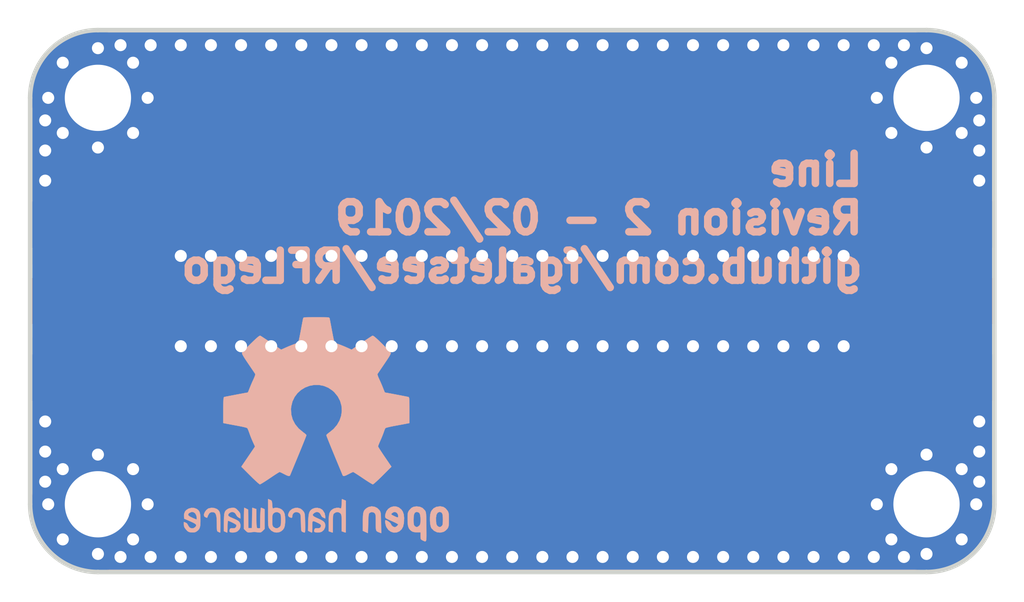
<source format=kicad_pcb>
(kicad_pcb (version 20171130) (host pcbnew "(5.0.1-3-g963ef8bb5)")

  (general
    (thickness 1.6)
    (drawings 25)
    (tracks 113)
    (zones 0)
    (modules 7)
    (nets 3)
  )

  (page A4)
  (layers
    (0 F.Cu signal)
    (31 B.Cu signal hide)
    (32 B.Adhes user)
    (33 F.Adhes user)
    (34 B.Paste user)
    (35 F.Paste user)
    (36 B.SilkS user)
    (37 F.SilkS user)
    (38 B.Mask user)
    (39 F.Mask user)
    (40 Dwgs.User user)
    (41 Cmts.User user)
    (42 Eco1.User user)
    (43 Eco2.User user)
    (44 Edge.Cuts user)
    (45 Margin user)
    (46 B.CrtYd user)
    (47 F.CrtYd user)
    (48 B.Fab user)
    (49 F.Fab user hide)
  )

  (setup
    (last_trace_width 0.22)
    (trace_clearance 0.2)
    (zone_clearance 0)
    (zone_45_only no)
    (trace_min 0.2)
    (segment_width 0.15)
    (edge_width 0.15)
    (via_size 0.7)
    (via_drill 0.4)
    (via_min_size 0.6)
    (via_min_drill 0.3)
    (uvia_size 0.3)
    (uvia_drill 0.1)
    (uvias_allowed no)
    (uvia_min_size 0.2)
    (uvia_min_drill 0.1)
    (pcb_text_width 0.3)
    (pcb_text_size 1.5 1.5)
    (mod_edge_width 0.15)
    (mod_text_size 1 1)
    (mod_text_width 0.15)
    (pad_size 4.064 1.524)
    (pad_drill 0)
    (pad_to_mask_clearance 0.051)
    (solder_mask_min_width 0.25)
    (aux_axis_origin 100 100)
    (grid_origin 100 100)
    (visible_elements FFFFFF7F)
    (pcbplotparams
      (layerselection 0x010fc_ffffffff)
      (usegerberextensions false)
      (usegerberattributes false)
      (usegerberadvancedattributes false)
      (creategerberjobfile false)
      (excludeedgelayer true)
      (linewidth 0.100000)
      (plotframeref false)
      (viasonmask false)
      (mode 1)
      (useauxorigin true)
      (hpglpennumber 1)
      (hpglpenspeed 20)
      (hpglpendiameter 15.000000)
      (psnegative false)
      (psa4output false)
      (plotreference true)
      (plotvalue true)
      (plotinvisibletext false)
      (padsonsilk false)
      (subtractmaskfromsilk false)
      (outputformat 1)
      (mirror false)
      (drillshape 0)
      (scaleselection 1)
      (outputdirectory ""))
  )

  (net 0 "")
  (net 1 GND)
  (net 2 "Net-(J1-Pad1)")

  (net_class Default "This is the default net class."
    (clearance 0.2)
    (trace_width 0.22)
    (via_dia 0.7)
    (via_drill 0.4)
    (uvia_dia 0.3)
    (uvia_drill 0.1)
    (diff_pair_gap 0.2)
    (diff_pair_width 0.2)
    (add_net GND)
  )

  (net_class "50 Ohm thin" ""
    (clearance 0.19)
    (trace_width 1)
    (via_dia 0.7)
    (via_drill 0.4)
    (uvia_dia 0.3)
    (uvia_drill 0.1)
    (diff_pair_gap 0.2)
    (diff_pair_width 0.2)
  )

  (net_class 50Ohm ""
    (clearance 0.32)
    (trace_width 1.5)
    (via_dia 0.7)
    (via_drill 0.4)
    (uvia_dia 0.3)
    (uvia_drill 0.1)
    (diff_pair_gap 0.2)
    (diff_pair_width 0.2)
    (add_net "Net-(J1-Pad1)")
  )

  (module MountingHole:MountingHole_2.2mm_M2_Pad_Via (layer F.Cu) (tedit 5C589B5C) (tstamp 5C654A6F)
    (at 102.25 102.25)
    (descr "Mounting Hole 2.2mm, M2")
    (tags "mounting hole 2.2mm m2")
    (path /5C581276)
    (attr virtual)
    (fp_text reference H1 (at 0 -3.2) (layer F.SilkS) hide
      (effects (font (size 1 1) (thickness 0.15)))
    )
    (fp_text value MountingHole_Pad (at 0 3.2) (layer F.Fab)
      (effects (font (size 1 1) (thickness 0.15)))
    )
    (fp_text user %R (at 0.3 0) (layer F.Fab)
      (effects (font (size 1 1) (thickness 0.15)))
    )
    (fp_circle (center 0 0) (end 2.2 0) (layer Cmts.User) (width 0.15))
    (fp_circle (center 0 0) (end 2.45 0) (layer F.CrtYd) (width 0.05))
    (pad 1 thru_hole circle (at 0 0) (size 4.4 4.4) (drill 2.2) (layers *.Cu *.Mask)
      (net 1 GND))
    (pad 1 thru_hole circle (at 1.65 0) (size 0.7 0.7) (drill 0.4) (layers *.Cu *.Mask)
      (net 1 GND))
    (pad 1 thru_hole circle (at 1.166726 1.166726) (size 0.7 0.7) (drill 0.4) (layers *.Cu *.Mask)
      (net 1 GND))
    (pad 1 thru_hole circle (at 0 1.65) (size 0.7 0.7) (drill 0.4) (layers *.Cu *.Mask)
      (net 1 GND))
    (pad 1 thru_hole circle (at -1.166726 1.166726) (size 0.7 0.7) (drill 0.4) (layers *.Cu *.Mask)
      (net 1 GND))
    (pad 1 thru_hole circle (at -1.65 0) (size 0.7 0.7) (drill 0.4) (layers *.Cu *.Mask)
      (net 1 GND))
    (pad 1 thru_hole circle (at -1.166726 -1.166726) (size 0.7 0.7) (drill 0.4) (layers *.Cu *.Mask)
      (net 1 GND))
    (pad 1 thru_hole circle (at 0 -1.65) (size 0.7 0.7) (drill 0.4) (layers *.Cu *.Mask)
      (net 1 GND))
    (pad 1 thru_hole circle (at 1.166726 -1.166726) (size 0.7 0.7) (drill 0.4) (layers *.Cu *.Mask)
      (net 1 GND))
  )

  (module MountingHole:MountingHole_2.2mm_M2_Pad_Via (layer F.Cu) (tedit 5C589B60) (tstamp 5C654BAF)
    (at 102.25 115.75)
    (descr "Mounting Hole 2.2mm, M2")
    (tags "mounting hole 2.2mm m2")
    (path /5C58129C)
    (attr virtual)
    (fp_text reference H2 (at 0 -3.2) (layer F.SilkS) hide
      (effects (font (size 1 1) (thickness 0.15)))
    )
    (fp_text value MountingHole_Pad (at 0 3.2) (layer F.Fab)
      (effects (font (size 1 1) (thickness 0.15)))
    )
    (fp_circle (center 0 0) (end 2.45 0) (layer F.CrtYd) (width 0.05))
    (fp_circle (center 0 0) (end 2.2 0) (layer Cmts.User) (width 0.15))
    (fp_text user %R (at 0.3 0) (layer F.Fab)
      (effects (font (size 1 1) (thickness 0.15)))
    )
    (pad 1 thru_hole circle (at 1.166726 -1.166726) (size 0.7 0.7) (drill 0.4) (layers *.Cu *.Mask)
      (net 1 GND))
    (pad 1 thru_hole circle (at 0 -1.65) (size 0.7 0.7) (drill 0.4) (layers *.Cu *.Mask)
      (net 1 GND))
    (pad 1 thru_hole circle (at -1.166726 -1.166726) (size 0.7 0.7) (drill 0.4) (layers *.Cu *.Mask)
      (net 1 GND))
    (pad 1 thru_hole circle (at -1.65 0) (size 0.7 0.7) (drill 0.4) (layers *.Cu *.Mask)
      (net 1 GND))
    (pad 1 thru_hole circle (at -1.166726 1.166726) (size 0.7 0.7) (drill 0.4) (layers *.Cu *.Mask)
      (net 1 GND))
    (pad 1 thru_hole circle (at 0 1.65) (size 0.7 0.7) (drill 0.4) (layers *.Cu *.Mask)
      (net 1 GND))
    (pad 1 thru_hole circle (at 1.166726 1.166726) (size 0.7 0.7) (drill 0.4) (layers *.Cu *.Mask)
      (net 1 GND))
    (pad 1 thru_hole circle (at 1.65 0) (size 0.7 0.7) (drill 0.4) (layers *.Cu *.Mask)
      (net 1 GND))
    (pad 1 thru_hole circle (at 0 0) (size 4.4 4.4) (drill 2.2) (layers *.Cu *.Mask)
      (net 1 GND))
  )

  (module MountingHole:MountingHole_2.2mm_M2_Pad_Via (layer F.Cu) (tedit 5C589B6A) (tstamp 5C654A8F)
    (at 129.75 102.25)
    (descr "Mounting Hole 2.2mm, M2")
    (tags "mounting hole 2.2mm m2")
    (path /5C589BDE)
    (attr virtual)
    (fp_text reference H3 (at 0 -3.2) (layer F.SilkS) hide
      (effects (font (size 1 1) (thickness 0.15)))
    )
    (fp_text value MountingHole_Pad (at 0 3.2) (layer F.Fab)
      (effects (font (size 1 1) (thickness 0.15)))
    )
    (fp_text user %R (at 0.3 0) (layer F.Fab)
      (effects (font (size 1 1) (thickness 0.15)))
    )
    (fp_circle (center 0 0) (end 2.2 0) (layer Cmts.User) (width 0.15))
    (fp_circle (center 0 0) (end 2.45 0) (layer F.CrtYd) (width 0.05))
    (pad 1 thru_hole circle (at 0 0) (size 4.4 4.4) (drill 2.2) (layers *.Cu *.Mask)
      (net 1 GND))
    (pad 1 thru_hole circle (at 1.65 0) (size 0.7 0.7) (drill 0.4) (layers *.Cu *.Mask)
      (net 1 GND))
    (pad 1 thru_hole circle (at 1.166726 1.166726) (size 0.7 0.7) (drill 0.4) (layers *.Cu *.Mask)
      (net 1 GND))
    (pad 1 thru_hole circle (at 0 1.65) (size 0.7 0.7) (drill 0.4) (layers *.Cu *.Mask)
      (net 1 GND))
    (pad 1 thru_hole circle (at -1.166726 1.166726) (size 0.7 0.7) (drill 0.4) (layers *.Cu *.Mask)
      (net 1 GND))
    (pad 1 thru_hole circle (at -1.65 0) (size 0.7 0.7) (drill 0.4) (layers *.Cu *.Mask)
      (net 1 GND))
    (pad 1 thru_hole circle (at -1.166726 -1.166726) (size 0.7 0.7) (drill 0.4) (layers *.Cu *.Mask)
      (net 1 GND))
    (pad 1 thru_hole circle (at 0 -1.65) (size 0.7 0.7) (drill 0.4) (layers *.Cu *.Mask)
      (net 1 GND))
    (pad 1 thru_hole circle (at 1.166726 -1.166726) (size 0.7 0.7) (drill 0.4) (layers *.Cu *.Mask)
      (net 1 GND))
  )

  (module MountingHole:MountingHole_2.2mm_M2_Pad_Via (layer F.Cu) (tedit 5C589B67) (tstamp 5C654A9F)
    (at 129.75 115.75)
    (descr "Mounting Hole 2.2mm, M2")
    (tags "mounting hole 2.2mm m2")
    (path /5C589CB1)
    (attr virtual)
    (fp_text reference H4 (at 0 -3.2) (layer F.SilkS) hide
      (effects (font (size 1 1) (thickness 0.15)))
    )
    (fp_text value MountingHole_Pad (at 0 3.2) (layer F.Fab)
      (effects (font (size 1 1) (thickness 0.15)))
    )
    (fp_circle (center 0 0) (end 2.45 0) (layer F.CrtYd) (width 0.05))
    (fp_circle (center 0 0) (end 2.2 0) (layer Cmts.User) (width 0.15))
    (fp_text user %R (at 0.3 0) (layer F.Fab)
      (effects (font (size 1 1) (thickness 0.15)))
    )
    (pad 1 thru_hole circle (at 1.166726 -1.166726) (size 0.7 0.7) (drill 0.4) (layers *.Cu *.Mask)
      (net 1 GND))
    (pad 1 thru_hole circle (at 0 -1.65) (size 0.7 0.7) (drill 0.4) (layers *.Cu *.Mask)
      (net 1 GND))
    (pad 1 thru_hole circle (at -1.166726 -1.166726) (size 0.7 0.7) (drill 0.4) (layers *.Cu *.Mask)
      (net 1 GND))
    (pad 1 thru_hole circle (at -1.65 0) (size 0.7 0.7) (drill 0.4) (layers *.Cu *.Mask)
      (net 1 GND))
    (pad 1 thru_hole circle (at -1.166726 1.166726) (size 0.7 0.7) (drill 0.4) (layers *.Cu *.Mask)
      (net 1 GND))
    (pad 1 thru_hole circle (at 0 1.65) (size 0.7 0.7) (drill 0.4) (layers *.Cu *.Mask)
      (net 1 GND))
    (pad 1 thru_hole circle (at 1.166726 1.166726) (size 0.7 0.7) (drill 0.4) (layers *.Cu *.Mask)
      (net 1 GND))
    (pad 1 thru_hole circle (at 1.65 0) (size 0.7 0.7) (drill 0.4) (layers *.Cu *.Mask)
      (net 1 GND))
    (pad 1 thru_hole circle (at 0 0) (size 4.4 4.4) (drill 2.2) (layers *.Cu *.Mask)
      (net 1 GND))
  )

  (module RFLego_Footprint:SMA_Edge (layer F.Cu) (tedit 5C589B63) (tstamp 5C654AA8)
    (at 100 109)
    (path /5C58165C)
    (fp_text reference J1 (at 2.1336 4.6482) (layer F.SilkS) hide
      (effects (font (size 1 1) (thickness 0.15)))
    )
    (fp_text value SMA (at 1.27 6.35) (layer F.Fab) hide
      (effects (font (size 1 1) (thickness 0.15)))
    )
    (pad 1 smd rect (at 2.032 0) (size 4.064 1.524) (layers F.Cu F.Mask)
      (net 2 "Net-(J1-Pad1)"))
    (pad 2 smd rect (at 2.032 -2.54) (size 4.064 1.524) (layers F.Cu F.Mask)
      (net 1 GND))
    (pad 2 smd rect (at 2.032 2.54) (size 4.064 1.524) (layers B.Cu B.Mask)
      (net 1 GND))
    (pad 2 smd rect (at 2.032 -2.54) (size 4.064 1.524) (layers B.Cu B.Mask)
      (net 1 GND))
    (pad 2 smd rect (at 2.032 2.54) (size 4.064 1.524) (layers F.Cu F.Mask)
      (net 1 GND))
  )

  (module RFLego_Footprint:SMA_Edge (layer F.Cu) (tedit 5C58AA95) (tstamp 5C654AB1)
    (at 127.968 109)
    (path /5C581B40)
    (fp_text reference J2 (at 2.1336 4.6482) (layer F.SilkS) hide
      (effects (font (size 1 1) (thickness 0.15)))
    )
    (fp_text value SMA (at 1.27 6.35) (layer F.Fab) hide
      (effects (font (size 1 1) (thickness 0.15)))
    )
    (pad 2 smd rect (at 2.032 2.54) (size 4.064 1.524) (layers F.Cu F.Mask)
      (net 1 GND))
    (pad 2 smd rect (at 2.032 -2.54) (size 4.064 1.524) (layers B.Cu B.Mask)
      (net 1 GND))
    (pad 2 smd rect (at 2.032 2.54) (size 4.064 1.524) (layers B.Cu B.Mask)
      (net 1 GND))
    (pad 2 smd rect (at 2.032 -2.54) (size 4.064 1.524) (layers F.Cu F.Mask)
      (net 1 GND))
    (pad 1 smd rect (at 2.032 0) (size 4.064 1.524) (layers F.Cu F.Mask)
      (net 2 "Net-(J1-Pad1)"))
  )

  (module Symbol:OSHW-Logo2_9.8x8mm_SilkScreen (layer B.Cu) (tedit 0) (tstamp 5C6BF853)
    (at 109.5 113.25 180)
    (descr "Open Source Hardware Symbol")
    (tags "Logo Symbol OSHW")
    (attr virtual)
    (fp_text reference REF** (at 0 0 180) (layer B.SilkS) hide
      (effects (font (size 1 1) (thickness 0.15)) (justify mirror))
    )
    (fp_text value OSHW-Logo2_9.8x8mm_SilkScreen (at 0.75 0 180) (layer B.Fab) hide
      (effects (font (size 1 1) (thickness 0.15)) (justify mirror))
    )
    (fp_poly (pts (xy 0.139878 3.712224) (xy 0.245612 3.711645) (xy 0.322132 3.710078) (xy 0.374372 3.707028)
      (xy 0.407263 3.702004) (xy 0.425737 3.694511) (xy 0.434727 3.684056) (xy 0.439163 3.670147)
      (xy 0.439594 3.668346) (xy 0.446333 3.635855) (xy 0.458808 3.571748) (xy 0.475719 3.482849)
      (xy 0.495771 3.375981) (xy 0.517664 3.257967) (xy 0.518429 3.253822) (xy 0.540359 3.138169)
      (xy 0.560877 3.035986) (xy 0.578659 2.953402) (xy 0.592381 2.896544) (xy 0.600718 2.871542)
      (xy 0.601116 2.871099) (xy 0.625677 2.85889) (xy 0.676315 2.838544) (xy 0.742095 2.814455)
      (xy 0.742461 2.814326) (xy 0.825317 2.783182) (xy 0.923 2.743509) (xy 1.015077 2.703619)
      (xy 1.019434 2.701647) (xy 1.169407 2.63358) (xy 1.501498 2.860361) (xy 1.603374 2.929496)
      (xy 1.695657 2.991303) (xy 1.773003 3.042267) (xy 1.830064 3.078873) (xy 1.861495 3.097606)
      (xy 1.864479 3.098996) (xy 1.887321 3.09281) (xy 1.929982 3.062965) (xy 1.994128 3.008053)
      (xy 2.081421 2.926666) (xy 2.170535 2.840078) (xy 2.256441 2.754753) (xy 2.333327 2.676892)
      (xy 2.396564 2.611303) (xy 2.441523 2.562795) (xy 2.463576 2.536175) (xy 2.464396 2.534805)
      (xy 2.466834 2.516537) (xy 2.45765 2.486705) (xy 2.434574 2.441279) (xy 2.395337 2.37623)
      (xy 2.33767 2.28753) (xy 2.260795 2.173343) (xy 2.19257 2.072838) (xy 2.131582 1.982697)
      (xy 2.081356 1.908151) (xy 2.045416 1.854435) (xy 2.027287 1.826782) (xy 2.026146 1.824905)
      (xy 2.028359 1.79841) (xy 2.045138 1.746914) (xy 2.073142 1.680149) (xy 2.083122 1.658828)
      (xy 2.126672 1.563841) (xy 2.173134 1.456063) (xy 2.210877 1.362808) (xy 2.238073 1.293594)
      (xy 2.259675 1.240994) (xy 2.272158 1.213503) (xy 2.273709 1.211384) (xy 2.296668 1.207876)
      (xy 2.350786 1.198262) (xy 2.428868 1.183911) (xy 2.523719 1.166193) (xy 2.628143 1.146475)
      (xy 2.734944 1.126126) (xy 2.836926 1.106514) (xy 2.926894 1.089009) (xy 2.997653 1.074978)
      (xy 3.042006 1.065791) (xy 3.052885 1.063193) (xy 3.064122 1.056782) (xy 3.072605 1.042303)
      (xy 3.078714 1.014867) (xy 3.082832 0.969589) (xy 3.085341 0.90158) (xy 3.086621 0.805953)
      (xy 3.087054 0.67782) (xy 3.087077 0.625299) (xy 3.087077 0.198155) (xy 2.9845 0.177909)
      (xy 2.927431 0.16693) (xy 2.842269 0.150905) (xy 2.739372 0.131767) (xy 2.629096 0.111449)
      (xy 2.598615 0.105868) (xy 2.496855 0.086083) (xy 2.408205 0.066627) (xy 2.340108 0.049303)
      (xy 2.300004 0.035912) (xy 2.293323 0.031921) (xy 2.276919 0.003658) (xy 2.253399 -0.051109)
      (xy 2.227316 -0.121588) (xy 2.222142 -0.136769) (xy 2.187956 -0.230896) (xy 2.145523 -0.337101)
      (xy 2.103997 -0.432473) (xy 2.103792 -0.432916) (xy 2.03464 -0.582525) (xy 2.489512 -1.251617)
      (xy 2.1975 -1.544116) (xy 2.10918 -1.63117) (xy 2.028625 -1.707909) (xy 1.96036 -1.770237)
      (xy 1.908908 -1.814056) (xy 1.878794 -1.83527) (xy 1.874474 -1.836616) (xy 1.849111 -1.826016)
      (xy 1.797358 -1.796547) (xy 1.724868 -1.751705) (xy 1.637294 -1.694984) (xy 1.542612 -1.631462)
      (xy 1.446516 -1.566668) (xy 1.360837 -1.510287) (xy 1.291016 -1.465788) (xy 1.242494 -1.436639)
      (xy 1.220782 -1.426308) (xy 1.194293 -1.43505) (xy 1.144062 -1.458087) (xy 1.080451 -1.490631)
      (xy 1.073708 -1.494249) (xy 0.988046 -1.53721) (xy 0.929306 -1.558279) (xy 0.892772 -1.558503)
      (xy 0.873731 -1.538928) (xy 0.87362 -1.538654) (xy 0.864102 -1.515472) (xy 0.841403 -1.460441)
      (xy 0.807282 -1.377822) (xy 0.7635 -1.271872) (xy 0.711816 -1.146852) (xy 0.653992 -1.00702)
      (xy 0.597991 -0.871637) (xy 0.536447 -0.722234) (xy 0.479939 -0.583832) (xy 0.430161 -0.460673)
      (xy 0.388806 -0.357002) (xy 0.357568 -0.277059) (xy 0.338141 -0.225088) (xy 0.332154 -0.205692)
      (xy 0.347168 -0.183443) (xy 0.386439 -0.147982) (xy 0.438807 -0.108887) (xy 0.587941 0.014755)
      (xy 0.704511 0.156478) (xy 0.787118 0.313296) (xy 0.834366 0.482225) (xy 0.844857 0.660278)
      (xy 0.837231 0.742461) (xy 0.795682 0.912969) (xy 0.724123 1.063541) (xy 0.626995 1.192691)
      (xy 0.508734 1.298936) (xy 0.37378 1.38079) (xy 0.226571 1.436768) (xy 0.071544 1.465385)
      (xy -0.086861 1.465156) (xy -0.244206 1.434595) (xy -0.396054 1.372218) (xy -0.537965 1.27654)
      (xy -0.597197 1.222428) (xy -0.710797 1.08348) (xy -0.789894 0.931639) (xy -0.835014 0.771333)
      (xy -0.846684 0.606988) (xy -0.825431 0.443029) (xy -0.77178 0.283882) (xy -0.68626 0.133975)
      (xy -0.569395 -0.002267) (xy -0.438807 -0.108887) (xy -0.384412 -0.149642) (xy -0.345986 -0.184718)
      (xy -0.332154 -0.205726) (xy -0.339397 -0.228635) (xy -0.359995 -0.283365) (xy -0.392254 -0.365672)
      (xy -0.434479 -0.471315) (xy -0.484977 -0.59605) (xy -0.542052 -0.735636) (xy -0.598146 -0.87167)
      (xy -0.660033 -1.021201) (xy -0.717356 -1.159767) (xy -0.768356 -1.283107) (xy -0.811273 -1.386964)
      (xy -0.844347 -1.46708) (xy -0.865819 -1.519195) (xy -0.873775 -1.538654) (xy -0.892571 -1.558423)
      (xy -0.928926 -1.558365) (xy -0.987521 -1.537441) (xy -1.073032 -1.494613) (xy -1.073708 -1.494249)
      (xy -1.138093 -1.461012) (xy -1.190139 -1.436802) (xy -1.219488 -1.426404) (xy -1.220783 -1.426308)
      (xy -1.242876 -1.436855) (xy -1.291652 -1.466184) (xy -1.361669 -1.510827) (xy -1.447486 -1.567314)
      (xy -1.542612 -1.631462) (xy -1.63946 -1.696411) (xy -1.726747 -1.752896) (xy -1.798819 -1.797421)
      (xy -1.850023 -1.82649) (xy -1.874474 -1.836616) (xy -1.89699 -1.823307) (xy -1.942258 -1.786112)
      (xy -2.005756 -1.729128) (xy -2.082961 -1.656449) (xy -2.169349 -1.572171) (xy -2.197601 -1.544016)
      (xy -2.489713 -1.251416) (xy -2.267369 -0.925104) (xy -2.199798 -0.824897) (xy -2.140493 -0.734963)
      (xy -2.092783 -0.66051) (xy -2.059993 -0.606751) (xy -2.045452 -0.578894) (xy -2.045026 -0.576912)
      (xy -2.052692 -0.550655) (xy -2.073311 -0.497837) (xy -2.103315 -0.42731) (xy -2.124375 -0.380093)
      (xy -2.163752 -0.289694) (xy -2.200835 -0.198366) (xy -2.229585 -0.1212) (xy -2.237395 -0.097692)
      (xy -2.259583 -0.034916) (xy -2.281273 0.013589) (xy -2.293187 0.031921) (xy -2.319477 0.043141)
      (xy -2.376858 0.059046) (xy -2.457882 0.077833) (xy -2.555105 0.097701) (xy -2.598615 0.105868)
      (xy -2.709104 0.126171) (xy -2.815084 0.14583) (xy -2.906199 0.162912) (xy -2.972092 0.175482)
      (xy -2.9845 0.177909) (xy -3.087077 0.198155) (xy -3.087077 0.625299) (xy -3.086847 0.765754)
      (xy -3.085901 0.872021) (xy -3.083859 0.948987) (xy -3.080338 1.00154) (xy -3.074957 1.034567)
      (xy -3.067334 1.052955) (xy -3.057088 1.061592) (xy -3.052885 1.063193) (xy -3.02753 1.068873)
      (xy -2.971516 1.080205) (xy -2.892036 1.095821) (xy -2.796288 1.114353) (xy -2.691467 1.134431)
      (xy -2.584768 1.154688) (xy -2.483387 1.173754) (xy -2.394521 1.190261) (xy -2.325363 1.202841)
      (xy -2.283111 1.210125) (xy -2.27371 1.211384) (xy -2.265193 1.228237) (xy -2.24634 1.27313)
      (xy -2.220676 1.33757) (xy -2.210877 1.362808) (xy -2.171352 1.460314) (xy -2.124808 1.568041)
      (xy -2.083123 1.658828) (xy -2.05245 1.728247) (xy -2.032044 1.78529) (xy -2.025232 1.820223)
      (xy -2.026318 1.824905) (xy -2.040715 1.847009) (xy -2.073588 1.896169) (xy -2.12141 1.967152)
      (xy -2.180652 2.054722) (xy -2.247785 2.153643) (xy -2.261059 2.17317) (xy -2.338954 2.28886)
      (xy -2.396213 2.376956) (xy -2.435119 2.441514) (xy -2.457956 2.486589) (xy -2.467006 2.516237)
      (xy -2.464552 2.534515) (xy -2.464489 2.534631) (xy -2.445173 2.558639) (xy -2.402449 2.605053)
      (xy -2.340949 2.669063) (xy -2.265302 2.745855) (xy -2.180139 2.830618) (xy -2.170535 2.840078)
      (xy -2.06321 2.944011) (xy -1.980385 3.020325) (xy -1.920395 3.070429) (xy -1.881577 3.09573)
      (xy -1.86448 3.098996) (xy -1.839527 3.08475) (xy -1.787745 3.051844) (xy -1.71448 3.003792)
      (xy -1.62508 2.94411) (xy -1.524889 2.876312) (xy -1.501499 2.860361) (xy -1.169407 2.63358)
      (xy -1.019435 2.701647) (xy -0.92823 2.741315) (xy -0.830331 2.781209) (xy -0.746169 2.813017)
      (xy -0.742462 2.814326) (xy -0.676631 2.838424) (xy -0.625884 2.8588) (xy -0.601158 2.871064)
      (xy -0.601116 2.871099) (xy -0.593271 2.893266) (xy -0.579934 2.947783) (xy -0.56243 3.02852)
      (xy -0.542083 3.12935) (xy -0.520218 3.244144) (xy -0.518429 3.253822) (xy -0.496496 3.372096)
      (xy -0.47636 3.479458) (xy -0.45932 3.569083) (xy -0.446672 3.634149) (xy -0.439716 3.667832)
      (xy -0.439594 3.668346) (xy -0.435361 3.682675) (xy -0.427129 3.693493) (xy -0.409967 3.701294)
      (xy -0.378942 3.706571) (xy -0.329122 3.709818) (xy -0.255576 3.711528) (xy -0.153371 3.712193)
      (xy -0.017575 3.712307) (xy 0 3.712308) (xy 0.139878 3.712224)) (layer B.SilkS) (width 0.01))
    (fp_poly (pts (xy 4.245224 -2.647838) (xy 4.322528 -2.698361) (xy 4.359814 -2.74359) (xy 4.389353 -2.825663)
      (xy 4.391699 -2.890607) (xy 4.386385 -2.977445) (xy 4.186115 -3.065103) (xy 4.088739 -3.109887)
      (xy 4.025113 -3.145913) (xy 3.992029 -3.177117) (xy 3.98628 -3.207436) (xy 4.004658 -3.240805)
      (xy 4.024923 -3.262923) (xy 4.083889 -3.298393) (xy 4.148024 -3.300879) (xy 4.206926 -3.273235)
      (xy 4.250197 -3.21832) (xy 4.257936 -3.198928) (xy 4.295006 -3.138364) (xy 4.337654 -3.112552)
      (xy 4.396154 -3.090471) (xy 4.396154 -3.174184) (xy 4.390982 -3.23115) (xy 4.370723 -3.279189)
      (xy 4.328262 -3.334346) (xy 4.321951 -3.341514) (xy 4.27472 -3.390585) (xy 4.234121 -3.41692)
      (xy 4.183328 -3.429035) (xy 4.14122 -3.433003) (xy 4.065902 -3.433991) (xy 4.012286 -3.421466)
      (xy 3.978838 -3.402869) (xy 3.926268 -3.361975) (xy 3.889879 -3.317748) (xy 3.86685 -3.262126)
      (xy 3.854359 -3.187047) (xy 3.849587 -3.084449) (xy 3.849206 -3.032376) (xy 3.850501 -2.969948)
      (xy 3.968471 -2.969948) (xy 3.969839 -3.003438) (xy 3.973249 -3.008923) (xy 3.995753 -3.001472)
      (xy 4.044182 -2.981753) (xy 4.108908 -2.953718) (xy 4.122443 -2.947692) (xy 4.204244 -2.906096)
      (xy 4.249312 -2.869538) (xy 4.259217 -2.835296) (xy 4.235526 -2.800648) (xy 4.21596 -2.785339)
      (xy 4.14536 -2.754721) (xy 4.07928 -2.75978) (xy 4.023959 -2.797151) (xy 3.985636 -2.863473)
      (xy 3.973349 -2.916116) (xy 3.968471 -2.969948) (xy 3.850501 -2.969948) (xy 3.85173 -2.91072)
      (xy 3.861032 -2.82071) (xy 3.87946 -2.755167) (xy 3.90936 -2.706912) (xy 3.95308 -2.668767)
      (xy 3.972141 -2.65644) (xy 4.058726 -2.624336) (xy 4.153522 -2.622316) (xy 4.245224 -2.647838)) (layer B.SilkS) (width 0.01))
    (fp_poly (pts (xy 3.570807 -2.636782) (xy 3.594161 -2.646988) (xy 3.649902 -2.691134) (xy 3.697569 -2.754967)
      (xy 3.727048 -2.823087) (xy 3.731846 -2.85667) (xy 3.71576 -2.903556) (xy 3.680475 -2.928365)
      (xy 3.642644 -2.943387) (xy 3.625321 -2.946155) (xy 3.616886 -2.926066) (xy 3.60023 -2.882351)
      (xy 3.592923 -2.862598) (xy 3.551948 -2.794271) (xy 3.492622 -2.760191) (xy 3.416552 -2.761239)
      (xy 3.410918 -2.762581) (xy 3.370305 -2.781836) (xy 3.340448 -2.819375) (xy 3.320055 -2.879809)
      (xy 3.307836 -2.967751) (xy 3.3025 -3.087813) (xy 3.302 -3.151698) (xy 3.301752 -3.252403)
      (xy 3.300126 -3.321054) (xy 3.295801 -3.364673) (xy 3.287454 -3.390282) (xy 3.273765 -3.404903)
      (xy 3.253411 -3.415558) (xy 3.252234 -3.416095) (xy 3.213038 -3.432667) (xy 3.193619 -3.438769)
      (xy 3.190635 -3.420319) (xy 3.188081 -3.369323) (xy 3.18614 -3.292308) (xy 3.184997 -3.195805)
      (xy 3.184769 -3.125184) (xy 3.185932 -2.988525) (xy 3.190479 -2.884851) (xy 3.199999 -2.808108)
      (xy 3.216081 -2.752246) (xy 3.240313 -2.711212) (xy 3.274286 -2.678954) (xy 3.307833 -2.65644)
      (xy 3.388499 -2.626476) (xy 3.482381 -2.619718) (xy 3.570807 -2.636782)) (layer B.SilkS) (width 0.01))
    (fp_poly (pts (xy 2.887333 -2.633528) (xy 2.94359 -2.659117) (xy 2.987747 -2.690124) (xy 3.020101 -2.724795)
      (xy 3.042438 -2.76952) (xy 3.056546 -2.830692) (xy 3.064211 -2.914701) (xy 3.06722 -3.02794)
      (xy 3.067538 -3.102509) (xy 3.067538 -3.39342) (xy 3.017773 -3.416095) (xy 2.978576 -3.432667)
      (xy 2.959157 -3.438769) (xy 2.955442 -3.42061) (xy 2.952495 -3.371648) (xy 2.950691 -3.300153)
      (xy 2.950308 -3.243385) (xy 2.948661 -3.161371) (xy 2.944222 -3.096309) (xy 2.93774 -3.056467)
      (xy 2.93259 -3.048) (xy 2.897977 -3.056646) (xy 2.84364 -3.078823) (xy 2.780722 -3.108886)
      (xy 2.720368 -3.141192) (xy 2.673721 -3.170098) (xy 2.651926 -3.189961) (xy 2.651839 -3.190175)
      (xy 2.653714 -3.226935) (xy 2.670525 -3.262026) (xy 2.700039 -3.290528) (xy 2.743116 -3.300061)
      (xy 2.779932 -3.29895) (xy 2.832074 -3.298133) (xy 2.859444 -3.310349) (xy 2.875882 -3.342624)
      (xy 2.877955 -3.34871) (xy 2.885081 -3.394739) (xy 2.866024 -3.422687) (xy 2.816353 -3.436007)
      (xy 2.762697 -3.43847) (xy 2.666142 -3.42021) (xy 2.616159 -3.394131) (xy 2.554429 -3.332868)
      (xy 2.52169 -3.25767) (xy 2.518753 -3.178211) (xy 2.546424 -3.104167) (xy 2.588047 -3.057769)
      (xy 2.629604 -3.031793) (xy 2.694922 -2.998907) (xy 2.771038 -2.965557) (xy 2.783726 -2.960461)
      (xy 2.867333 -2.923565) (xy 2.91553 -2.891046) (xy 2.93103 -2.858718) (xy 2.91655 -2.822394)
      (xy 2.891692 -2.794) (xy 2.832939 -2.759039) (xy 2.768293 -2.756417) (xy 2.709008 -2.783358)
      (xy 2.666339 -2.837088) (xy 2.660739 -2.85095) (xy 2.628133 -2.901936) (xy 2.58053 -2.939787)
      (xy 2.520461 -2.97085) (xy 2.520461 -2.882768) (xy 2.523997 -2.828951) (xy 2.539156 -2.786534)
      (xy 2.572768 -2.741279) (xy 2.605035 -2.70642) (xy 2.655209 -2.657062) (xy 2.694193 -2.630547)
      (xy 2.736064 -2.619911) (xy 2.78346 -2.618154) (xy 2.887333 -2.633528)) (layer B.SilkS) (width 0.01))
    (fp_poly (pts (xy 2.395929 -2.636662) (xy 2.398911 -2.688068) (xy 2.401247 -2.766192) (xy 2.402749 -2.864857)
      (xy 2.403231 -2.968343) (xy 2.403231 -3.318533) (xy 2.341401 -3.380363) (xy 2.298793 -3.418462)
      (xy 2.26139 -3.433895) (xy 2.21027 -3.432918) (xy 2.189978 -3.430433) (xy 2.126554 -3.4232)
      (xy 2.074095 -3.419055) (xy 2.061308 -3.418672) (xy 2.018199 -3.421176) (xy 1.956544 -3.427462)
      (xy 1.932638 -3.430433) (xy 1.873922 -3.435028) (xy 1.834464 -3.425046) (xy 1.795338 -3.394228)
      (xy 1.781215 -3.380363) (xy 1.719385 -3.318533) (xy 1.719385 -2.663503) (xy 1.76915 -2.640829)
      (xy 1.812002 -2.624034) (xy 1.837073 -2.618154) (xy 1.843501 -2.636736) (xy 1.849509 -2.688655)
      (xy 1.854697 -2.768172) (xy 1.858664 -2.869546) (xy 1.860577 -2.955192) (xy 1.865923 -3.292231)
      (xy 1.91256 -3.298825) (xy 1.954976 -3.294214) (xy 1.97576 -3.279287) (xy 1.98157 -3.251377)
      (xy 1.98653 -3.191925) (xy 1.990246 -3.108466) (xy 1.992324 -3.008532) (xy 1.992624 -2.957104)
      (xy 1.992923 -2.661054) (xy 2.054454 -2.639604) (xy 2.098004 -2.62502) (xy 2.121694 -2.618219)
      (xy 2.122377 -2.618154) (xy 2.124754 -2.636642) (xy 2.127366 -2.687906) (xy 2.129995 -2.765649)
      (xy 2.132421 -2.863574) (xy 2.134115 -2.955192) (xy 2.139461 -3.292231) (xy 2.256692 -3.292231)
      (xy 2.262072 -2.984746) (xy 2.267451 -2.677261) (xy 2.324601 -2.647707) (xy 2.366797 -2.627413)
      (xy 2.39177 -2.618204) (xy 2.392491 -2.618154) (xy 2.395929 -2.636662)) (layer B.SilkS) (width 0.01))
    (fp_poly (pts (xy 1.602081 -2.780289) (xy 1.601833 -2.92632) (xy 1.600872 -3.038655) (xy 1.598794 -3.122678)
      (xy 1.595193 -3.183769) (xy 1.589665 -3.227309) (xy 1.581804 -3.258679) (xy 1.571207 -3.283262)
      (xy 1.563182 -3.297294) (xy 1.496728 -3.373388) (xy 1.41247 -3.421084) (xy 1.319249 -3.438199)
      (xy 1.2259 -3.422546) (xy 1.170312 -3.394418) (xy 1.111957 -3.34576) (xy 1.072186 -3.286333)
      (xy 1.04819 -3.208507) (xy 1.037161 -3.104652) (xy 1.035599 -3.028462) (xy 1.035809 -3.022986)
      (xy 1.172308 -3.022986) (xy 1.173141 -3.110355) (xy 1.176961 -3.168192) (xy 1.185746 -3.206029)
      (xy 1.201474 -3.233398) (xy 1.220266 -3.254042) (xy 1.283375 -3.29389) (xy 1.351137 -3.297295)
      (xy 1.415179 -3.264025) (xy 1.420164 -3.259517) (xy 1.441439 -3.236067) (xy 1.454779 -3.208166)
      (xy 1.462001 -3.166641) (xy 1.464923 -3.102316) (xy 1.465385 -3.0312) (xy 1.464383 -2.941858)
      (xy 1.460238 -2.882258) (xy 1.451236 -2.843089) (xy 1.435667 -2.81504) (xy 1.422902 -2.800144)
      (xy 1.3636 -2.762575) (xy 1.295301 -2.758057) (xy 1.23011 -2.786753) (xy 1.217528 -2.797406)
      (xy 1.196111 -2.821063) (xy 1.182744 -2.849251) (xy 1.175566 -2.891245) (xy 1.172719 -2.956319)
      (xy 1.172308 -3.022986) (xy 1.035809 -3.022986) (xy 1.040322 -2.905765) (xy 1.056362 -2.813577)
      (xy 1.086528 -2.744269) (xy 1.133629 -2.690211) (xy 1.170312 -2.662505) (xy 1.23699 -2.632572)
      (xy 1.314272 -2.618678) (xy 1.38611 -2.622397) (xy 1.426308 -2.6374) (xy 1.442082 -2.64167)
      (xy 1.45255 -2.62575) (xy 1.459856 -2.583089) (xy 1.465385 -2.518106) (xy 1.471437 -2.445732)
      (xy 1.479844 -2.402187) (xy 1.495141 -2.377287) (xy 1.521864 -2.360845) (xy 1.538654 -2.353564)
      (xy 1.602154 -2.326963) (xy 1.602081 -2.780289)) (layer B.SilkS) (width 0.01))
    (fp_poly (pts (xy 0.713362 -2.62467) (xy 0.802117 -2.657421) (xy 0.874022 -2.71535) (xy 0.902144 -2.756128)
      (xy 0.932802 -2.830954) (xy 0.932165 -2.885058) (xy 0.899987 -2.921446) (xy 0.888081 -2.927633)
      (xy 0.836675 -2.946925) (xy 0.810422 -2.941982) (xy 0.80153 -2.909587) (xy 0.801077 -2.891692)
      (xy 0.784797 -2.825859) (xy 0.742365 -2.779807) (xy 0.683388 -2.757564) (xy 0.617475 -2.763161)
      (xy 0.563895 -2.792229) (xy 0.545798 -2.80881) (xy 0.532971 -2.828925) (xy 0.524306 -2.859332)
      (xy 0.518696 -2.906788) (xy 0.515035 -2.97805) (xy 0.512215 -3.079875) (xy 0.511484 -3.112115)
      (xy 0.50882 -3.22241) (xy 0.505792 -3.300036) (xy 0.50125 -3.351396) (xy 0.494046 -3.38289)
      (xy 0.483033 -3.40092) (xy 0.46706 -3.411888) (xy 0.456834 -3.416733) (xy 0.413406 -3.433301)
      (xy 0.387842 -3.438769) (xy 0.379395 -3.420507) (xy 0.374239 -3.365296) (xy 0.372346 -3.272499)
      (xy 0.373689 -3.141478) (xy 0.374107 -3.121269) (xy 0.377058 -3.001733) (xy 0.380548 -2.914449)
      (xy 0.385514 -2.852591) (xy 0.392893 -2.809336) (xy 0.403624 -2.77786) (xy 0.418645 -2.751339)
      (xy 0.426502 -2.739975) (xy 0.471553 -2.689692) (xy 0.52194 -2.650581) (xy 0.528108 -2.647167)
      (xy 0.618458 -2.620212) (xy 0.713362 -2.62467)) (layer B.SilkS) (width 0.01))
    (fp_poly (pts (xy 0.053501 -2.626303) (xy 0.13006 -2.654733) (xy 0.130936 -2.655279) (xy 0.178285 -2.690127)
      (xy 0.213241 -2.730852) (xy 0.237825 -2.783925) (xy 0.254062 -2.855814) (xy 0.263975 -2.952992)
      (xy 0.269586 -3.081928) (xy 0.270077 -3.100298) (xy 0.277141 -3.377287) (xy 0.217695 -3.408028)
      (xy 0.174681 -3.428802) (xy 0.14871 -3.438646) (xy 0.147509 -3.438769) (xy 0.143014 -3.420606)
      (xy 0.139444 -3.371612) (xy 0.137248 -3.300031) (xy 0.136769 -3.242068) (xy 0.136758 -3.14817)
      (xy 0.132466 -3.089203) (xy 0.117503 -3.061079) (xy 0.085482 -3.059706) (xy 0.030014 -3.080998)
      (xy -0.053731 -3.120136) (xy -0.115311 -3.152643) (xy -0.146983 -3.180845) (xy -0.156294 -3.211582)
      (xy -0.156308 -3.213104) (xy -0.140943 -3.266054) (xy -0.095453 -3.29466) (xy -0.025834 -3.298803)
      (xy 0.024313 -3.298084) (xy 0.050754 -3.312527) (xy 0.067243 -3.347218) (xy 0.076733 -3.391416)
      (xy 0.063057 -3.416493) (xy 0.057907 -3.420082) (xy 0.009425 -3.434496) (xy -0.058469 -3.436537)
      (xy -0.128388 -3.426983) (xy -0.177932 -3.409522) (xy -0.24643 -3.351364) (xy -0.285366 -3.270408)
      (xy -0.293077 -3.20716) (xy -0.287193 -3.150111) (xy -0.265899 -3.103542) (xy -0.223735 -3.062181)
      (xy -0.155241 -3.020755) (xy -0.054956 -2.973993) (xy -0.048846 -2.97135) (xy 0.04149 -2.929617)
      (xy 0.097235 -2.895391) (xy 0.121129 -2.864635) (xy 0.115913 -2.833311) (xy 0.084328 -2.797383)
      (xy 0.074883 -2.789116) (xy 0.011617 -2.757058) (xy -0.053936 -2.758407) (xy -0.111028 -2.789838)
      (xy -0.148907 -2.848024) (xy -0.152426 -2.859446) (xy -0.1867 -2.914837) (xy -0.230191 -2.941518)
      (xy -0.293077 -2.96796) (xy -0.293077 -2.899548) (xy -0.273948 -2.80011) (xy -0.217169 -2.708902)
      (xy -0.187622 -2.678389) (xy -0.120458 -2.639228) (xy -0.035044 -2.6215) (xy 0.053501 -2.626303)) (layer B.SilkS) (width 0.01))
    (fp_poly (pts (xy -0.840154 -2.49212) (xy -0.834428 -2.57198) (xy -0.827851 -2.619039) (xy -0.818738 -2.639566)
      (xy -0.805402 -2.639829) (xy -0.801077 -2.637378) (xy -0.743556 -2.619636) (xy -0.668732 -2.620672)
      (xy -0.592661 -2.63891) (xy -0.545082 -2.662505) (xy -0.496298 -2.700198) (xy -0.460636 -2.742855)
      (xy -0.436155 -2.797057) (xy -0.420913 -2.869384) (xy -0.41297 -2.966419) (xy -0.410384 -3.094742)
      (xy -0.410338 -3.119358) (xy -0.410308 -3.39587) (xy -0.471839 -3.41732) (xy -0.515541 -3.431912)
      (xy -0.539518 -3.438706) (xy -0.540223 -3.438769) (xy -0.542585 -3.420345) (xy -0.544594 -3.369526)
      (xy -0.546099 -3.292993) (xy -0.546947 -3.19743) (xy -0.547077 -3.139329) (xy -0.547349 -3.024771)
      (xy -0.548748 -2.942667) (xy -0.552151 -2.886393) (xy -0.558433 -2.849326) (xy -0.568471 -2.824844)
      (xy -0.583139 -2.806325) (xy -0.592298 -2.797406) (xy -0.655211 -2.761466) (xy -0.723864 -2.758775)
      (xy -0.786152 -2.78917) (xy -0.797671 -2.800144) (xy -0.814567 -2.820779) (xy -0.826286 -2.845256)
      (xy -0.833767 -2.880647) (xy -0.837946 -2.934026) (xy -0.839763 -3.012466) (xy -0.840154 -3.120617)
      (xy -0.840154 -3.39587) (xy -0.901685 -3.41732) (xy -0.945387 -3.431912) (xy -0.969364 -3.438706)
      (xy -0.97007 -3.438769) (xy -0.971874 -3.420069) (xy -0.9735 -3.367322) (xy -0.974883 -3.285557)
      (xy -0.975958 -3.179805) (xy -0.97666 -3.055094) (xy -0.976923 -2.916455) (xy -0.976923 -2.381806)
      (xy -0.849923 -2.328236) (xy -0.840154 -2.49212)) (layer B.SilkS) (width 0.01))
    (fp_poly (pts (xy -2.465746 -2.599745) (xy -2.388714 -2.651567) (xy -2.329184 -2.726412) (xy -2.293622 -2.821654)
      (xy -2.286429 -2.891756) (xy -2.287246 -2.921009) (xy -2.294086 -2.943407) (xy -2.312888 -2.963474)
      (xy -2.349592 -2.985733) (xy -2.410138 -3.014709) (xy -2.500466 -3.054927) (xy -2.500923 -3.055129)
      (xy -2.584067 -3.09321) (xy -2.652247 -3.127025) (xy -2.698495 -3.152933) (xy -2.715842 -3.167295)
      (xy -2.715846 -3.167411) (xy -2.700557 -3.198685) (xy -2.664804 -3.233157) (xy -2.623758 -3.25799)
      (xy -2.602963 -3.262923) (xy -2.54623 -3.245862) (xy -2.497373 -3.203133) (xy -2.473535 -3.156155)
      (xy -2.450603 -3.121522) (xy -2.405682 -3.082081) (xy -2.352877 -3.048009) (xy -2.30629 -3.02948)
      (xy -2.296548 -3.028462) (xy -2.285582 -3.045215) (xy -2.284921 -3.088039) (xy -2.29298 -3.145781)
      (xy -2.308173 -3.207289) (xy -2.328914 -3.261409) (xy -2.329962 -3.26351) (xy -2.392379 -3.35066)
      (xy -2.473274 -3.409939) (xy -2.565144 -3.439034) (xy -2.660487 -3.435634) (xy -2.751802 -3.397428)
      (xy -2.755862 -3.394741) (xy -2.827694 -3.329642) (xy -2.874927 -3.244705) (xy -2.901066 -3.133021)
      (xy -2.904574 -3.101643) (xy -2.910787 -2.953536) (xy -2.903339 -2.884468) (xy -2.715846 -2.884468)
      (xy -2.71341 -2.927552) (xy -2.700086 -2.940126) (xy -2.666868 -2.930719) (xy -2.614506 -2.908483)
      (xy -2.555976 -2.88061) (xy -2.554521 -2.879872) (xy -2.504911 -2.853777) (xy -2.485 -2.836363)
      (xy -2.48991 -2.818107) (xy -2.510584 -2.79412) (xy -2.563181 -2.759406) (xy -2.619823 -2.756856)
      (xy -2.670631 -2.782119) (xy -2.705724 -2.830847) (xy -2.715846 -2.884468) (xy -2.903339 -2.884468)
      (xy -2.898008 -2.835036) (xy -2.865222 -2.741055) (xy -2.819579 -2.675215) (xy -2.737198 -2.608681)
      (xy -2.646454 -2.575676) (xy -2.553815 -2.573573) (xy -2.465746 -2.599745)) (layer B.SilkS) (width 0.01))
    (fp_poly (pts (xy -3.983114 -2.587256) (xy -3.891536 -2.635409) (xy -3.823951 -2.712905) (xy -3.799943 -2.762727)
      (xy -3.781262 -2.837533) (xy -3.771699 -2.932052) (xy -3.770792 -3.03521) (xy -3.778079 -3.135935)
      (xy -3.793097 -3.223153) (xy -3.815385 -3.285791) (xy -3.822235 -3.296579) (xy -3.903368 -3.377105)
      (xy -3.999734 -3.425336) (xy -4.104299 -3.43945) (xy -4.210032 -3.417629) (xy -4.239457 -3.404547)
      (xy -4.296759 -3.364231) (xy -4.34705 -3.310775) (xy -4.351803 -3.303995) (xy -4.371122 -3.271321)
      (xy -4.383892 -3.236394) (xy -4.391436 -3.190414) (xy -4.395076 -3.124584) (xy -4.396135 -3.030105)
      (xy -4.396154 -3.008923) (xy -4.396106 -3.002182) (xy -4.200769 -3.002182) (xy -4.199632 -3.091349)
      (xy -4.195159 -3.15052) (xy -4.185754 -3.188741) (xy -4.169824 -3.215053) (xy -4.161692 -3.223846)
      (xy -4.114942 -3.257261) (xy -4.069553 -3.255737) (xy -4.02366 -3.226752) (xy -3.996288 -3.195809)
      (xy -3.980077 -3.150643) (xy -3.970974 -3.07942) (xy -3.970349 -3.071114) (xy -3.968796 -2.942037)
      (xy -3.985035 -2.846172) (xy -4.018848 -2.784107) (xy -4.070016 -2.756432) (xy -4.08828 -2.754923)
      (xy -4.13624 -2.762513) (xy -4.169047 -2.788808) (xy -4.189105 -2.839095) (xy -4.198822 -2.918664)
      (xy -4.200769 -3.002182) (xy -4.396106 -3.002182) (xy -4.395426 -2.908249) (xy -4.392371 -2.837906)
      (xy -4.385678 -2.789163) (xy -4.37404 -2.753288) (xy -4.356147 -2.721548) (xy -4.352192 -2.715648)
      (xy -4.285733 -2.636104) (xy -4.213315 -2.589929) (xy -4.125151 -2.571599) (xy -4.095213 -2.570703)
      (xy -3.983114 -2.587256)) (layer B.SilkS) (width 0.01))
    (fp_poly (pts (xy -1.728336 -2.595089) (xy -1.665633 -2.631358) (xy -1.622039 -2.667358) (xy -1.590155 -2.705075)
      (xy -1.56819 -2.751199) (xy -1.554351 -2.812421) (xy -1.546847 -2.895431) (xy -1.543883 -3.006919)
      (xy -1.543539 -3.087062) (xy -1.543539 -3.382065) (xy -1.709615 -3.456515) (xy -1.719385 -3.133402)
      (xy -1.723421 -3.012729) (xy -1.727656 -2.925141) (xy -1.732903 -2.86465) (xy -1.739975 -2.825268)
      (xy -1.749689 -2.801007) (xy -1.762856 -2.78588) (xy -1.767081 -2.782606) (xy -1.831091 -2.757034)
      (xy -1.895792 -2.767153) (xy -1.934308 -2.794) (xy -1.949975 -2.813024) (xy -1.96082 -2.837988)
      (xy -1.967712 -2.875834) (xy -1.971521 -2.933502) (xy -1.973117 -3.017935) (xy -1.973385 -3.105928)
      (xy -1.973437 -3.216323) (xy -1.975328 -3.294463) (xy -1.981655 -3.347165) (xy -1.995017 -3.381242)
      (xy -2.018015 -3.403511) (xy -2.053246 -3.420787) (xy -2.100303 -3.438738) (xy -2.151697 -3.458278)
      (xy -2.145579 -3.111485) (xy -2.143116 -2.986468) (xy -2.140233 -2.894082) (xy -2.136102 -2.827881)
      (xy -2.129893 -2.78142) (xy -2.120774 -2.748256) (xy -2.107917 -2.721944) (xy -2.092416 -2.698729)
      (xy -2.017629 -2.624569) (xy -1.926372 -2.581684) (xy -1.827117 -2.571412) (xy -1.728336 -2.595089)) (layer B.SilkS) (width 0.01))
    (fp_poly (pts (xy -3.231114 -2.584505) (xy -3.156461 -2.621727) (xy -3.090569 -2.690261) (xy -3.072423 -2.715648)
      (xy -3.052655 -2.748866) (xy -3.039828 -2.784945) (xy -3.03249 -2.833098) (xy -3.029187 -2.902536)
      (xy -3.028462 -2.994206) (xy -3.031737 -3.11983) (xy -3.043123 -3.214154) (xy -3.064959 -3.284523)
      (xy -3.099581 -3.338286) (xy -3.14933 -3.382788) (xy -3.152986 -3.385423) (xy -3.202015 -3.412377)
      (xy -3.261055 -3.425712) (xy -3.336141 -3.429) (xy -3.458205 -3.429) (xy -3.458256 -3.547497)
      (xy -3.459392 -3.613492) (xy -3.466314 -3.652202) (xy -3.484402 -3.675419) (xy -3.519038 -3.694933)
      (xy -3.527355 -3.69892) (xy -3.56628 -3.717603) (xy -3.596417 -3.729403) (xy -3.618826 -3.730422)
      (xy -3.634567 -3.716761) (xy -3.644698 -3.684522) (xy -3.650277 -3.629804) (xy -3.652365 -3.548711)
      (xy -3.652019 -3.437344) (xy -3.6503 -3.291802) (xy -3.649763 -3.248269) (xy -3.647828 -3.098205)
      (xy -3.646096 -3.000042) (xy -3.458308 -3.000042) (xy -3.457252 -3.083364) (xy -3.452562 -3.13788)
      (xy -3.441949 -3.173837) (xy -3.423128 -3.201482) (xy -3.41035 -3.214965) (xy -3.35811 -3.254417)
      (xy -3.311858 -3.257628) (xy -3.264133 -3.225049) (xy -3.262923 -3.223846) (xy -3.243506 -3.198668)
      (xy -3.231693 -3.164447) (xy -3.225735 -3.111748) (xy -3.22388 -3.031131) (xy -3.223846 -3.013271)
      (xy -3.22833 -2.902175) (xy -3.242926 -2.825161) (xy -3.26935 -2.778147) (xy -3.309317 -2.75705)
      (xy -3.332416 -2.754923) (xy -3.387238 -2.7649) (xy -3.424842 -2.797752) (xy -3.447477 -2.857857)
      (xy -3.457394 -2.949598) (xy -3.458308 -3.000042) (xy -3.646096 -3.000042) (xy -3.645778 -2.98206)
      (xy -3.643127 -2.894679) (xy -3.639394 -2.830905) (xy -3.634093 -2.785582) (xy -3.626742 -2.753555)
      (xy -3.616857 -2.729668) (xy -3.603954 -2.708764) (xy -3.598421 -2.700898) (xy -3.525031 -2.626595)
      (xy -3.43224 -2.584467) (xy -3.324904 -2.572722) (xy -3.231114 -2.584505)) (layer B.SilkS) (width 0.01))
  )

  (gr_text "Line\nRevision 2 - 02/2019\ngithub.com/fgaletsee/RFLego" (at 127.75 106.25) (layer B.SilkS)
    (effects (font (size 1 1) (thickness 0.25)) (justify left mirror))
  )
  (gr_arc (start 102.25 115.75) (end 100 115.75) (angle -90) (layer Edge.Cuts) (width 0.15) (tstamp 5C655021))
  (gr_arc (start 102.25 115.75) (end 100 115.75) (angle -90) (layer F.Mask) (width 2) (tstamp 5C655021))
  (gr_arc (start 102.25 102.25) (end 102.25 100) (angle -90) (layer B.Mask) (width 2) (tstamp 5C655021))
  (gr_arc (start 102.25 102.25) (end 102.25 100) (angle -90) (layer F.Mask) (width 2) (tstamp 5C655021))
  (gr_arc (start 129.75 102.25) (end 132 102.25) (angle -90) (layer B.Mask) (width 2) (tstamp 5C654FA2))
  (gr_arc (start 129.75 102.25) (end 132 102.25) (angle -90) (layer F.Mask) (width 2) (tstamp 5C654FA2))
  (gr_arc (start 129.75 115.75) (end 129.75 118) (angle -90) (layer B.Mask) (width 2) (tstamp 5C654FA2))
  (gr_arc (start 129.75 115.75) (end 129.75 118) (angle -90) (layer Edge.Cuts) (width 0.15) (tstamp 5C654FA2))
  (gr_line (start 132 102.25) (end 132 115.75) (layer B.Mask) (width 2) (tstamp 5C654F60))
  (gr_line (start 132 102.25) (end 132 115.75) (layer Edge.Cuts) (width 0.15) (tstamp 5C654F60))
  (gr_line (start 100 102.25) (end 100 115.75) (layer B.Mask) (width 2) (tstamp 5C654F60))
  (gr_line (start 100 102.25) (end 100 115.75) (layer F.Mask) (width 2) (tstamp 5C654F60))
  (gr_line (start 102.25 118) (end 129.75 118) (layer B.Mask) (width 2) (tstamp 5C654E91))
  (gr_line (start 102.25 118) (end 129.75 118) (layer F.Mask) (width 2) (tstamp 5C654E91))
  (gr_line (start 102.25 100) (end 129.75 100) (layer B.Mask) (width 2) (tstamp 5C654E91))
  (gr_line (start 102.25 100) (end 129.75 100) (layer Edge.Cuts) (width 0.15) (tstamp 5C654E91))
  (gr_arc (start 129.75 115.75) (end 129.75 118) (angle -90) (layer F.Mask) (width 2))
  (gr_arc (start 129.75 102.25) (end 132 102.25) (angle -90) (layer Edge.Cuts) (width 0.15))
  (gr_arc (start 102.25 102.25) (end 102.25 100) (angle -90) (layer Edge.Cuts) (width 0.15))
  (gr_arc (start 102.25 115.75) (end 100 115.75) (angle -90) (layer B.Mask) (width 2))
  (gr_line (start 132 102.25) (end 132 115.75) (layer F.Mask) (width 2))
  (gr_line (start 102.25 118) (end 129.75 118) (layer Edge.Cuts) (width 0.15))
  (gr_line (start 100 102.25) (end 100 115.75) (layer Edge.Cuts) (width 0.15))
  (gr_line (start 102.25 100) (end 129.75 100) (layer F.Mask) (width 2))

  (via (at 131.5 115) (size 0.7) (drill 0.4) (layers F.Cu B.Cu) (net 1) (status 30))
  (via (at 131.5 103) (size 0.7) (drill 0.4) (layers F.Cu B.Cu) (net 1) (status 30))
  (via (at 129 100.5) (size 0.7) (drill 0.4) (layers F.Cu B.Cu) (net 1) (status 30))
  (via (at 103 100.5) (size 0.7) (drill 0.4) (layers F.Cu B.Cu) (net 1) (status 30))
  (via (at 100.5 103) (size 0.7) (drill 0.4) (layers F.Cu B.Cu) (net 1) (status 30))
  (via (at 100.5 115) (size 0.7) (drill 0.4) (layers F.Cu B.Cu) (net 1) (status 30))
  (via (at 129 117.5) (size 0.7) (drill 0.4) (layers F.Cu B.Cu) (net 1) (status 30))
  (via (at 128 117.5) (size 0.7) (drill 0.4) (layers F.Cu B.Cu) (net 1))
  (via (at 127 117.5) (size 0.7) (drill 0.4) (layers F.Cu B.Cu) (net 1))
  (via (at 126 117.5) (size 0.7) (drill 0.4) (layers F.Cu B.Cu) (net 1))
  (via (at 125 117.5) (size 0.7) (drill 0.4) (layers F.Cu B.Cu) (net 1))
  (via (at 124 117.5) (size 0.7) (drill 0.4) (layers F.Cu B.Cu) (net 1))
  (via (at 123 117.5) (size 0.7) (drill 0.4) (layers F.Cu B.Cu) (net 1))
  (via (at 122 117.5) (size 0.7) (drill 0.4) (layers F.Cu B.Cu) (net 1))
  (via (at 121 117.5) (size 0.7) (drill 0.4) (layers F.Cu B.Cu) (net 1))
  (via (at 120 117.5) (size 0.7) (drill 0.4) (layers F.Cu B.Cu) (net 1))
  (via (at 119 117.5) (size 0.7) (drill 0.4) (layers F.Cu B.Cu) (net 1))
  (via (at 118 117.5) (size 0.7) (drill 0.4) (layers F.Cu B.Cu) (net 1))
  (via (at 117 117.5) (size 0.7) (drill 0.4) (layers F.Cu B.Cu) (net 1))
  (via (at 116 117.5) (size 0.7) (drill 0.4) (layers F.Cu B.Cu) (net 1))
  (via (at 115 117.5) (size 0.7) (drill 0.4) (layers F.Cu B.Cu) (net 1))
  (via (at 114 117.5) (size 0.7) (drill 0.4) (layers F.Cu B.Cu) (net 1))
  (via (at 113 117.5) (size 0.7) (drill 0.4) (layers F.Cu B.Cu) (net 1))
  (via (at 112 117.5) (size 0.7) (drill 0.4) (layers F.Cu B.Cu) (net 1))
  (via (at 111 117.5) (size 0.7) (drill 0.4) (layers F.Cu B.Cu) (net 1))
  (via (at 110 117.5) (size 0.7) (drill 0.4) (layers F.Cu B.Cu) (net 1))
  (via (at 109 117.5) (size 0.7) (drill 0.4) (layers F.Cu B.Cu) (net 1))
  (via (at 108 117.5) (size 0.7) (drill 0.4) (layers F.Cu B.Cu) (net 1))
  (via (at 107 117.5) (size 0.7) (drill 0.4) (layers F.Cu B.Cu) (net 1))
  (via (at 106 117.5) (size 0.7) (drill 0.4) (layers F.Cu B.Cu) (net 1))
  (via (at 105 117.5) (size 0.7) (drill 0.4) (layers F.Cu B.Cu) (net 1))
  (via (at 104 117.5) (size 0.7) (drill 0.4) (layers F.Cu B.Cu) (net 1))
  (via (at 103 117.5) (size 0.7) (drill 0.4) (layers F.Cu B.Cu) (net 1) (status 30))
  (via (at 100.5 114) (size 0.7) (drill 0.4) (layers F.Cu B.Cu) (net 1))
  (via (at 100.5 104) (size 0.7) (drill 0.4) (layers F.Cu B.Cu) (net 1))
  (via (at 104 100.5) (size 0.7) (drill 0.4) (layers F.Cu B.Cu) (net 1))
  (via (at 105 100.5) (size 0.7) (drill 0.4) (layers F.Cu B.Cu) (net 1))
  (via (at 106 100.5) (size 0.7) (drill 0.4) (layers F.Cu B.Cu) (net 1))
  (via (at 107 100.5) (size 0.7) (drill 0.4) (layers F.Cu B.Cu) (net 1))
  (via (at 108 100.5) (size 0.7) (drill 0.4) (layers F.Cu B.Cu) (net 1))
  (via (at 109 100.5) (size 0.7) (drill 0.4) (layers F.Cu B.Cu) (net 1))
  (via (at 110 100.5) (size 0.7) (drill 0.4) (layers F.Cu B.Cu) (net 1))
  (via (at 111 100.5) (size 0.7) (drill 0.4) (layers F.Cu B.Cu) (net 1))
  (via (at 112 100.5) (size 0.7) (drill 0.4) (layers F.Cu B.Cu) (net 1))
  (via (at 113 100.5) (size 0.7) (drill 0.4) (layers F.Cu B.Cu) (net 1))
  (via (at 114 100.5) (size 0.7) (drill 0.4) (layers F.Cu B.Cu) (net 1))
  (via (at 115 100.5) (size 0.7) (drill 0.4) (layers F.Cu B.Cu) (net 1))
  (via (at 116 100.5) (size 0.7) (drill 0.4) (layers F.Cu B.Cu) (net 1))
  (via (at 117 100.5) (size 0.7) (drill 0.4) (layers F.Cu B.Cu) (net 1))
  (via (at 118 100.5) (size 0.7) (drill 0.4) (layers F.Cu B.Cu) (net 1))
  (via (at 119 100.5) (size 0.7) (drill 0.4) (layers F.Cu B.Cu) (net 1))
  (via (at 120 100.5) (size 0.7) (drill 0.4) (layers F.Cu B.Cu) (net 1))
  (via (at 121 100.5) (size 0.7) (drill 0.4) (layers F.Cu B.Cu) (net 1))
  (via (at 122 100.5) (size 0.7) (drill 0.4) (layers F.Cu B.Cu) (net 1))
  (via (at 123 100.5) (size 0.7) (drill 0.4) (layers F.Cu B.Cu) (net 1))
  (via (at 124 100.5) (size 0.7) (drill 0.4) (layers F.Cu B.Cu) (net 1))
  (via (at 125 100.5) (size 0.7) (drill 0.4) (layers F.Cu B.Cu) (net 1))
  (via (at 126 100.5) (size 0.7) (drill 0.4) (layers F.Cu B.Cu) (net 1))
  (via (at 127 100.5) (size 0.7) (drill 0.4) (layers F.Cu B.Cu) (net 1))
  (via (at 128 100.5) (size 0.7) (drill 0.4) (layers F.Cu B.Cu) (net 1))
  (via (at 131.5 104) (size 0.7) (drill 0.4) (layers F.Cu B.Cu) (net 1))
  (via (at 131.5 114) (size 0.7) (drill 0.4) (layers F.Cu B.Cu) (net 1))
  (via (at 100.5 105) (size 0.7) (drill 0.4) (layers F.Cu B.Cu) (net 1))
  (via (at 100.5 113) (size 0.7) (drill 0.4) (layers F.Cu B.Cu) (net 1))
  (via (at 131.5 113) (size 0.7) (drill 0.4) (layers F.Cu B.Cu) (net 1))
  (via (at 131.5 105) (size 0.7) (drill 0.4) (layers F.Cu B.Cu) (net 1))
  (via (at 106 107.5) (size 0.7) (drill 0.4) (layers F.Cu B.Cu) (net 1))
  (via (at 105 107.5) (size 0.7) (drill 0.4) (layers F.Cu B.Cu) (net 1))
  (via (at 105 110.5) (size 0.7) (drill 0.4) (layers F.Cu B.Cu) (net 1))
  (via (at 106 110.5) (size 0.7) (drill 0.4) (layers F.Cu B.Cu) (net 1))
  (via (at 107 110.5) (size 0.7) (drill 0.4) (layers F.Cu B.Cu) (net 1))
  (via (at 108 110.5) (size 0.7) (drill 0.4) (layers F.Cu B.Cu) (net 1))
  (via (at 109 110.5) (size 0.7) (drill 0.4) (layers F.Cu B.Cu) (net 1))
  (via (at 110 110.5) (size 0.7) (drill 0.4) (layers F.Cu B.Cu) (net 1))
  (via (at 111 110.5) (size 0.7) (drill 0.4) (layers F.Cu B.Cu) (net 1))
  (via (at 112 110.5) (size 0.7) (drill 0.4) (layers F.Cu B.Cu) (net 1))
  (via (at 113 110.5) (size 0.7) (drill 0.4) (layers F.Cu B.Cu) (net 1))
  (via (at 114 110.5) (size 0.7) (drill 0.4) (layers F.Cu B.Cu) (net 1))
  (via (at 115 110.5) (size 0.7) (drill 0.4) (layers F.Cu B.Cu) (net 1))
  (via (at 116 110.5) (size 0.7) (drill 0.4) (layers F.Cu B.Cu) (net 1))
  (via (at 117 110.5) (size 0.7) (drill 0.4) (layers F.Cu B.Cu) (net 1))
  (via (at 118 110.5) (size 0.7) (drill 0.4) (layers F.Cu B.Cu) (net 1))
  (via (at 119 110.5) (size 0.7) (drill 0.4) (layers F.Cu B.Cu) (net 1))
  (via (at 120 110.5) (size 0.7) (drill 0.4) (layers F.Cu B.Cu) (net 1))
  (via (at 121 110.5) (size 0.7) (drill 0.4) (layers F.Cu B.Cu) (net 1))
  (via (at 122 110.5) (size 0.7) (drill 0.4) (layers F.Cu B.Cu) (net 1))
  (via (at 123 110.5) (size 0.7) (drill 0.4) (layers F.Cu B.Cu) (net 1))
  (via (at 124 110.5) (size 0.7) (drill 0.4) (layers F.Cu B.Cu) (net 1))
  (via (at 125 110.5) (size 0.7) (drill 0.4) (layers F.Cu B.Cu) (net 1))
  (via (at 126 110.5) (size 0.7) (drill 0.4) (layers F.Cu B.Cu) (net 1))
  (via (at 127 110.5) (size 0.7) (drill 0.4) (layers F.Cu B.Cu) (net 1))
  (via (at 127 107.5) (size 0.7) (drill 0.4) (layers F.Cu B.Cu) (net 1))
  (via (at 126 107.5) (size 0.7) (drill 0.4) (layers F.Cu B.Cu) (net 1))
  (via (at 125 107.5) (size 0.7) (drill 0.4) (layers F.Cu B.Cu) (net 1))
  (via (at 124 107.5) (size 0.7) (drill 0.4) (layers F.Cu B.Cu) (net 1))
  (via (at 123 107.5) (size 0.7) (drill 0.4) (layers F.Cu B.Cu) (net 1))
  (via (at 122 107.5) (size 0.7) (drill 0.4) (layers F.Cu B.Cu) (net 1))
  (via (at 121 107.5) (size 0.7) (drill 0.4) (layers F.Cu B.Cu) (net 1))
  (via (at 120 107.5) (size 0.7) (drill 0.4) (layers F.Cu B.Cu) (net 1))
  (via (at 119 107.5) (size 0.7) (drill 0.4) (layers F.Cu B.Cu) (net 1))
  (via (at 118 107.5) (size 0.7) (drill 0.4) (layers F.Cu B.Cu) (net 1))
  (via (at 117 107.5) (size 0.7) (drill 0.4) (layers F.Cu B.Cu) (net 1))
  (via (at 116 107.5) (size 0.7) (drill 0.4) (layers F.Cu B.Cu) (net 1))
  (via (at 115 107.5) (size 0.7) (drill 0.4) (layers F.Cu B.Cu) (net 1))
  (via (at 114 107.5) (size 0.7) (drill 0.4) (layers F.Cu B.Cu) (net 1))
  (via (at 113 107.5) (size 0.7) (drill 0.4) (layers F.Cu B.Cu) (net 1))
  (via (at 112 107.5) (size 0.7) (drill 0.4) (layers F.Cu B.Cu) (net 1))
  (via (at 111 107.5) (size 0.7) (drill 0.4) (layers F.Cu B.Cu) (net 1))
  (via (at 110 107.5) (size 0.7) (drill 0.4) (layers F.Cu B.Cu) (net 1))
  (via (at 109 107.5) (size 0.7) (drill 0.4) (layers F.Cu B.Cu) (net 1))
  (via (at 108 107.5) (size 0.7) (drill 0.4) (layers F.Cu B.Cu) (net 1))
  (via (at 107 107.5) (size 0.7) (drill 0.4) (layers F.Cu B.Cu) (net 1))
  (segment (start 102.032 109) (end 130 109) (width 1.5) (layer F.Cu) (net 2))

  (zone (net 1) (net_name GND) (layer F.Cu) (tstamp 0) (hatch edge 0.508)
    (connect_pads yes (clearance 0))
    (min_thickness 0.254)
    (fill yes (arc_segments 16) (thermal_gap 0.508) (thermal_bridge_width 0.508))
    (polygon
      (pts
        (xy 132 118) (xy 100 118) (xy 100 100) (xy 132 100)
      )
    )
    (filled_polygon
      (pts
        (xy 127.968 110.217757) (xy 131.798001 110.217757) (xy 131.798001 115.736752) (xy 131.726532 116.27961) (xy 131.522109 116.77313)
        (xy 131.196922 117.196922) (xy 130.77313 117.522109) (xy 130.27961 117.726532) (xy 129.736759 117.798) (xy 102.263241 117.798)
        (xy 101.72039 117.726532) (xy 101.22687 117.522109) (xy 100.803078 117.196922) (xy 100.477891 116.77313) (xy 100.273468 116.27961)
        (xy 100.202 115.736759) (xy 100.202 110.217757) (xy 104.064 110.217757) (xy 104.168354 110.197) (xy 127.863646 110.197)
      )
    )
    (filled_polygon
      (pts
        (xy 130.27961 100.273468) (xy 130.77313 100.477891) (xy 131.196922 100.803078) (xy 131.522109 101.22687) (xy 131.726532 101.72039)
        (xy 131.798 102.263241) (xy 131.798 107.782243) (xy 127.968 107.782243) (xy 127.863646 107.803) (xy 104.168354 107.803)
        (xy 104.064 107.782243) (xy 100.202 107.782243) (xy 100.202 102.263241) (xy 100.273468 101.72039) (xy 100.477891 101.22687)
        (xy 100.803078 100.803078) (xy 101.22687 100.477891) (xy 101.72039 100.273468) (xy 102.263241 100.202) (xy 129.736759 100.202)
      )
    )
  )
  (zone (net 1) (net_name GND) (layer B.Cu) (tstamp 5C656509) (hatch edge 0.508)
    (connect_pads yes (clearance 0))
    (min_thickness 0.254)
    (fill yes (arc_segments 16) (thermal_gap 0.508) (thermal_bridge_width 0.508))
    (polygon
      (pts
        (xy 100 100) (xy 132 100) (xy 132 118) (xy 100 118)
      )
    )
    (filled_polygon
      (pts
        (xy 130.27961 100.273468) (xy 130.77313 100.477891) (xy 131.196922 100.803078) (xy 131.522109 101.22687) (xy 131.726532 101.72039)
        (xy 131.798 102.263241) (xy 131.798001 115.736752) (xy 131.726532 116.27961) (xy 131.522109 116.77313) (xy 131.196922 117.196922)
        (xy 130.77313 117.522109) (xy 130.27961 117.726532) (xy 129.736759 117.798) (xy 102.263241 117.798) (xy 101.72039 117.726532)
        (xy 101.22687 117.522109) (xy 100.803078 117.196922) (xy 100.477891 116.77313) (xy 100.273468 116.27961) (xy 100.202 115.736759)
        (xy 100.202 102.263241) (xy 100.273468 101.72039) (xy 100.477891 101.22687) (xy 100.803078 100.803078) (xy 101.22687 100.477891)
        (xy 101.72039 100.273468) (xy 102.263241 100.202) (xy 129.736759 100.202)
      )
    )
  )
)

</source>
